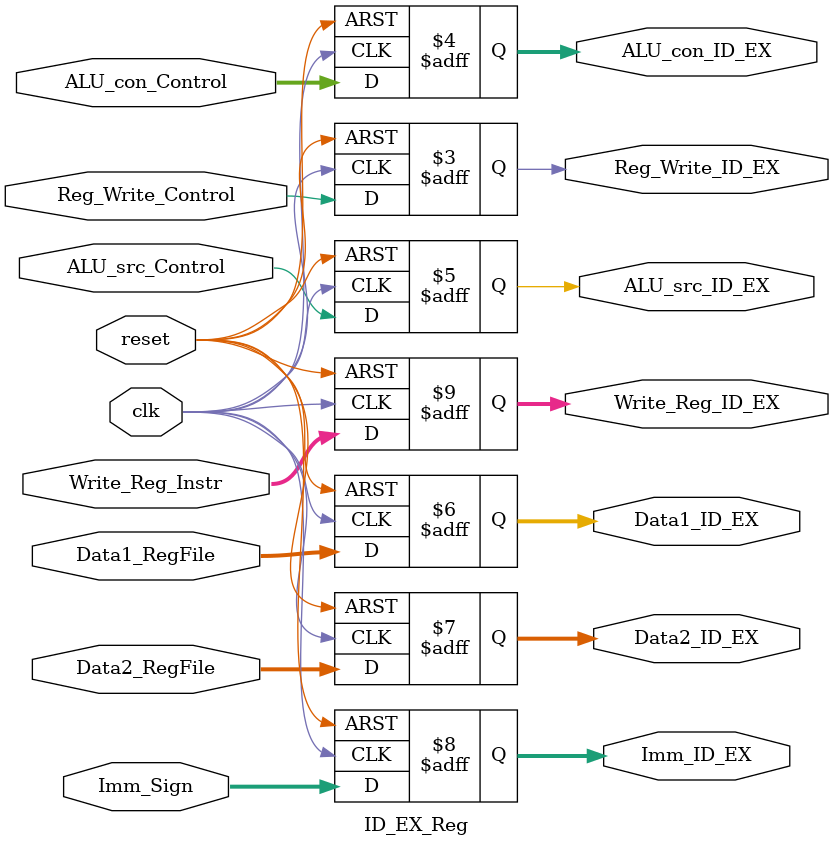
<source format=v>
module ID_EX_Reg(
input Reg_Write_Control,
input [1:0]ALU_con_Control,
input ALU_src_Control,
input [7:0] Data1_RegFile, Data2_RegFile, Imm_Sign,
input [2:0] Write_Reg_Instr,
input clk,
input reset,
output reg Reg_Write_ID_EX,
output reg [1:0]ALU_con_ID_EX,
output reg ALU_src_ID_EX,
output reg [7:0] Data1_ID_EX, Data2_ID_EX, Imm_ID_EX,
output reg [2:0] Write_Reg_ID_EX
    );
    
    always @(posedge clk,negedge reset)
        begin
        if(reset == 0)
            begin
            Reg_Write_ID_EX = 1'b0;
            ALU_con_ID_EX = 2'b00;
            ALU_src_ID_EX = 1'b0;
            Data1_ID_EX = 8'h00;
            Data2_ID_EX = 8'h00;
            Imm_ID_EX = 8'b00;
            Write_Reg_ID_EX = 3'b00;
            end        
        else
            begin
            Reg_Write_ID_EX=Reg_Write_Control;
            ALU_con_ID_EX=ALU_con_Control;
            ALU_src_ID_EX = ALU_src_Control;
            Data1_ID_EX = Data1_RegFile;
            Data2_ID_EX = Data2_RegFile;
            Imm_ID_EX = Imm_Sign;
            Write_Reg_ID_EX = Write_Reg_Instr;
            end    
        end
    
endmodule

</source>
